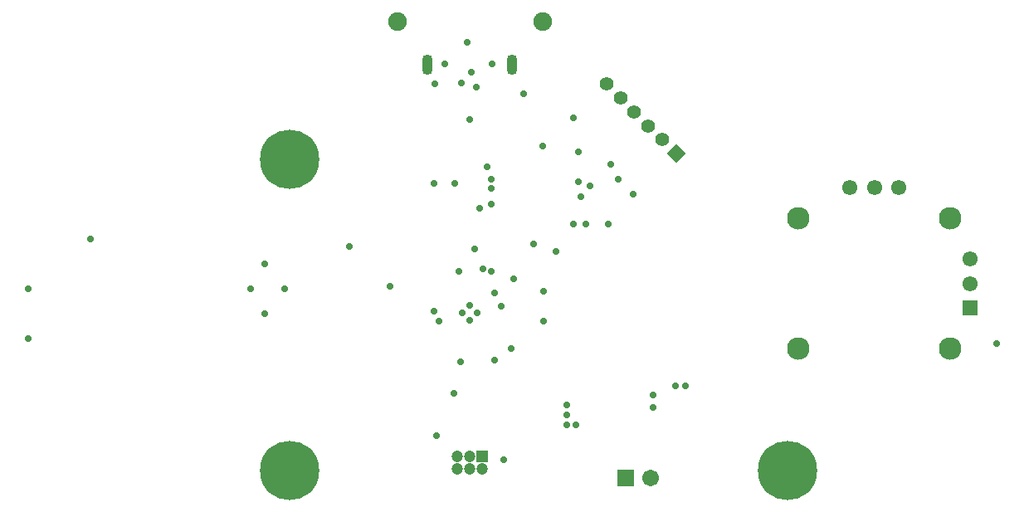
<source format=gbr>
%TF.GenerationSoftware,Altium Limited,Altium Designer,23.6.0 (18)*%
G04 Layer_Color=16711935*
%FSLAX25Y25*%
%MOIN*%
%TF.SameCoordinates,9FC677E3-0757-43A4-AD8A-435CCD31EDD7*%
%TF.FilePolarity,Negative*%
%TF.FileFunction,Soldermask,Bot*%
%TF.Part,Single*%
G01*
G75*
%TA.AperFunction,ComponentPad*%
G04:AMPARAMS|DCode=46|XSize=43.31mil|YSize=82.68mil|CornerRadius=21.65mil|HoleSize=0mil|Usage=FLASHONLY|Rotation=180.000|XOffset=0mil|YOffset=0mil|HoleType=Round|Shape=RoundedRectangle|*
%AMROUNDEDRECTD46*
21,1,0.04331,0.03937,0,0,180.0*
21,1,0.00000,0.08268,0,0,180.0*
1,1,0.04331,0.00000,0.01968*
1,1,0.04331,0.00000,0.01968*
1,1,0.04331,0.00000,-0.01968*
1,1,0.04331,0.00000,-0.01968*
%
%ADD46ROUNDEDRECTD46*%
%ADD47C,0.07480*%
%ADD50P,0.07739X4X360.0*%
%ADD51C,0.05472*%
%ADD54R,0.06102X0.06102*%
%ADD55C,0.06102*%
%ADD56C,0.09055*%
%TA.AperFunction,ViaPad*%
%ADD83C,0.23800*%
%TA.AperFunction,ComponentPad*%
%ADD84C,0.04737*%
%ADD85R,0.04737X0.04737*%
%ADD86C,0.06706*%
%ADD87R,0.06706X0.06706*%
%TA.AperFunction,ViaPad*%
%ADD88C,0.02769*%
D46*
X239508Y187921D02*
D03*
X205492D02*
D03*
D47*
X251634Y205284D02*
D03*
X193366D02*
D03*
D50*
X305298Y152214D02*
D03*
D51*
X299730Y157782D02*
D03*
X294162Y163349D02*
D03*
X288595Y168917D02*
D03*
X283027Y174485D02*
D03*
X277459Y180052D02*
D03*
D54*
X423386Y90158D02*
D03*
D55*
Y100000D02*
D03*
Y109843D02*
D03*
X394843Y138386D02*
D03*
X385000D02*
D03*
X375157D02*
D03*
D56*
X354488Y73819D02*
D03*
Y126181D02*
D03*
X415512Y73819D02*
D03*
Y126181D02*
D03*
D83*
X150000Y150000D02*
D03*
Y25000D02*
D03*
X350000D02*
D03*
D84*
X217500Y25549D02*
D03*
Y30549D02*
D03*
X222500Y25549D02*
D03*
Y30549D02*
D03*
X227500Y25549D02*
D03*
D85*
Y30549D02*
D03*
D86*
X295000Y21755D02*
D03*
D87*
X285000D02*
D03*
D88*
X263977Y166500D02*
D03*
X44958Y97796D02*
D03*
Y77797D02*
D03*
X69958Y117797D02*
D03*
X134560Y97796D02*
D03*
X139958Y107797D02*
D03*
Y87796D02*
D03*
X148177Y97796D02*
D03*
X174136Y114755D02*
D03*
X190500Y98755D02*
D03*
X222500Y85169D02*
D03*
X219438Y88231D02*
D03*
X225562D02*
D03*
X222500Y91294D02*
D03*
X208000Y88755D02*
D03*
Y140255D02*
D03*
X208500Y180255D02*
D03*
X209000Y38755D02*
D03*
X210000Y84755D02*
D03*
X212468Y188151D02*
D03*
X216000Y55755D02*
D03*
X216500Y140255D02*
D03*
X218000Y104755D02*
D03*
X218757Y68498D02*
D03*
X218979Y180477D02*
D03*
X221494Y196748D02*
D03*
X222500Y165752D02*
D03*
X223106Y184848D02*
D03*
X224500Y113755D02*
D03*
X225000Y178755D02*
D03*
X226500Y130255D02*
D03*
X227885Y105870D02*
D03*
X229500Y146755D02*
D03*
X230997Y141836D02*
D03*
X231000Y104755D02*
D03*
Y138255D02*
D03*
Y131755D02*
D03*
X231358Y188055D02*
D03*
X232500Y96255D02*
D03*
Y69255D02*
D03*
X235000Y90755D02*
D03*
X236000Y29255D02*
D03*
X238958Y73796D02*
D03*
X239958Y101796D02*
D03*
X244000Y176255D02*
D03*
X248000Y115755D02*
D03*
X251790Y155310D02*
D03*
X252000Y84755D02*
D03*
X252014Y96723D02*
D03*
X257000Y112755D02*
D03*
X261500Y43255D02*
D03*
Y51255D02*
D03*
Y47255D02*
D03*
X264000Y123755D02*
D03*
X265000Y43255D02*
D03*
X266000Y152755D02*
D03*
Y140755D02*
D03*
X267018Y134772D02*
D03*
X269000Y123755D02*
D03*
X270937Y139346D02*
D03*
X278000Y123755D02*
D03*
X279000Y147755D02*
D03*
X282000Y141755D02*
D03*
X288000Y135755D02*
D03*
X296000Y55255D02*
D03*
Y50255D02*
D03*
X305000Y58755D02*
D03*
X309000D02*
D03*
X434000Y75755D02*
D03*
%TF.MD5,86f9a4c18385c833e0668b34c4a14fdc*%
M02*

</source>
